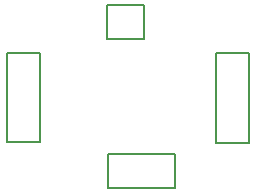
<source format=gbr>
%TF.GenerationSoftware,Altium Limited,Altium Designer,21.8.1 (53)*%
G04 Layer_Color=16711935*
%FSLAX26Y26*%
%MOIN*%
%TF.SameCoordinates,2531CBD8-4BF0-4D0B-A877-44D4BE5F07E3*%
%TF.FilePolarity,Positive*%
%TF.FileFunction,Other,Bottom_Courtyard*%
%TF.Part,Single*%
G01*
G75*
%TA.AperFunction,NonConductor*%
%ADD25C,0.007874*%
D25*
X-59055Y-294685D02*
Y-181693D01*
X163780D01*
Y-294685D02*
Y-181693D01*
X-59055Y-294685D02*
X163780D01*
X-60433Y314370D02*
X62402D01*
X-60433Y201378D02*
Y314370D01*
Y201378D02*
X62402D01*
Y314370D01*
X-394488Y-141941D02*
X-286614D01*
X-394488D02*
Y154933D01*
X-286614D01*
Y-141941D02*
Y154933D01*
X302362Y-142531D02*
X410236D01*
X302362D02*
Y154343D01*
X410236D01*
Y-142531D02*
Y154343D01*
%TF.MD5,29fa4445b9c48f53c3f9be85cca8798e*%
M02*

</source>
